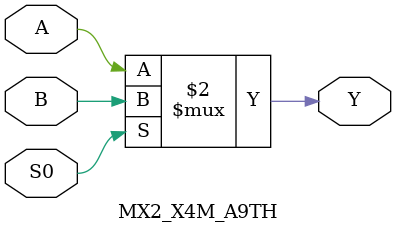
<source format=v>
module chiplib_mux2 ( 
  input  a,
  input  b,
  input  s,
  output y
  );

`ifdef FPGA_SYNTH
assign y = (s == 1'b1) ? b : a;
`else
  MX2_X4M_A9TH u_DONT_TOUCH_mux2_inst (     .A   (a),
     .B   (b),
     .Y   (y),
     .S0  (s)
  );
`endif


endmodule

module chiplib_mux3 ( 
  input        a,
  input        b,
  input        c,
  input  [1:0] s,
  output       y
  );

`ifdef FPGA_SYNTH
assign y = (s == 2'b10) ? c : ((s == 2'b01) ? b : a);
`else
  MX2_X4M_A9TH u_DONT_TOUCH_mux2_inst0 (
     .A   (a),
     .B   (b),
     .Y   (y_int),
     .S0  (s[0])
  );

  MX2_X4M_A9TH u_DONT_TOUCH_mux2_inst1 (
     .A   (y_int),
     .B   (c),
     .Y   (y),
     .S0  (s[1])
  );
`endif

endmodule


module chiplib_mux4 ( 
  input        a,
  input        b,
  input        c,
  input        d,
  input  [1:0] s,
  output       y
  );

`ifdef FPGA_SYNTH
assign y = (s == 2'b11) ? d : ((s == 2'b10) ? c : ((s == 2'b01) ? b : a));
`else
  MX2_X4M_A9TH u_DONT_TOUCH_mux2_inst0 (
     .A   (a),
     .B   (b),
     .Y   (y_int1),
     .S0  (s[0])
  );

  MX2_X4M_A9TH u_DONT_TOUCH_mux2_inst1 (
     .A   (c),
     .B   (d),
     .Y   (y_int2),
     .S0  (s[0])
  );

  MX2_X4M_A9TH u_DONT_TOUCH_mux2_inst2 ( .A(y_int1),     .B (y_int2), .Y   (y),.S0  (s[1]) );

`endif


endmodule

module MX2_X4M_A9TH (
  input  A,
  input  B,
  output Y,
  input  S0
);

  assign Y = (S0 == 1'b1) ? B : A;

endmodule
</source>
